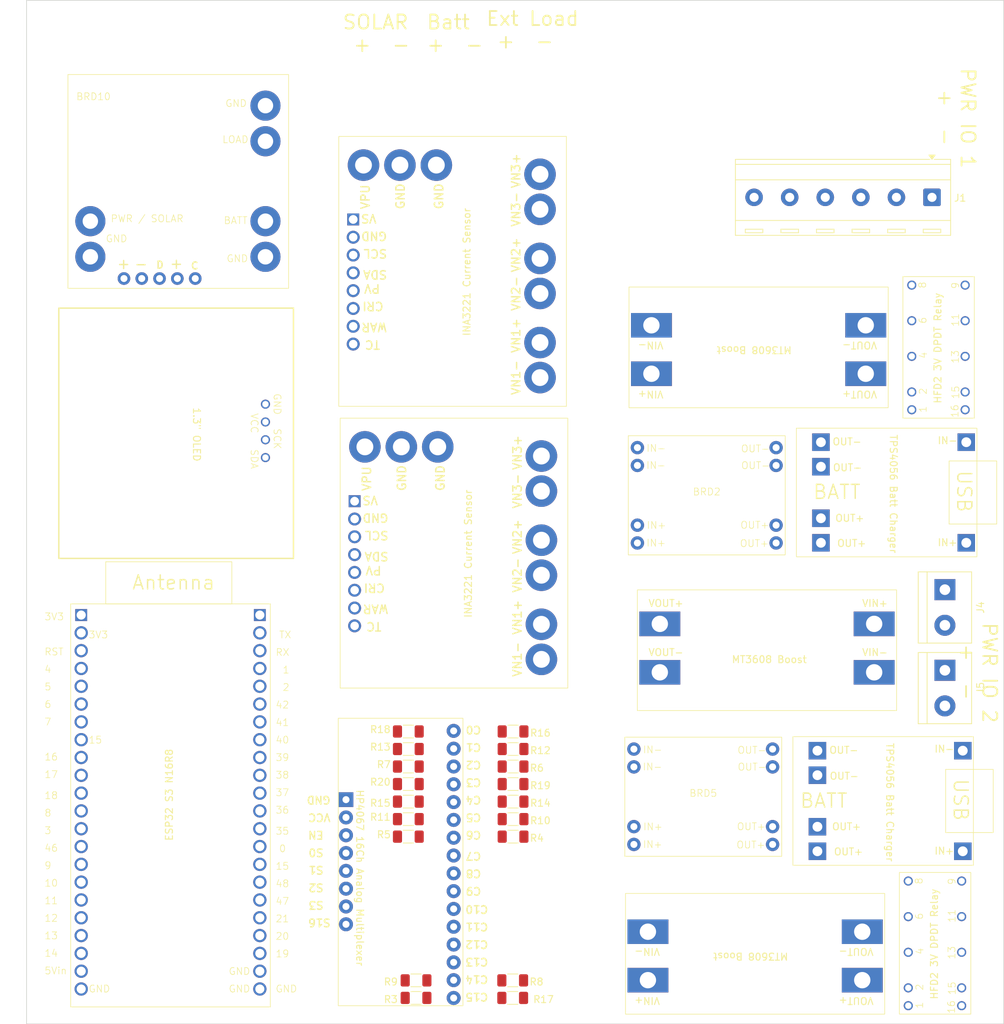
<source format=kicad_pcb>
(kicad_pcb (version 20241229) (generator "pcbnew") (generator_version "9.0")
  (layers (0 "F.Cu" signal) (4 "In1.Cu" signal) (6 "In2.Cu" signal) (2 "B.Cu" signal) (13 "F.Paste" user) (15 "B.Paste" user) (5 "F.SilkS" user "F.Silkscreen") (7 "B.SilkS" user "B.Silkscreen") (1 "F.Mask" user) (3 "B.Mask" user) (25 "Edge.Cuts" user))
  (net 0 "")
  (net 1 "Net-(BRD1-OUT+-Pad1)")
  (net 2 "GND")
  (net 3 "Net-(BRD1-IN+)")
  (net 4 "Net-(BRD2-IN+-Pad3)")
  (net 5 "Net-(BRD3-VIN+)")
  (net 6 "Net-(BRD3-VOUT+)")
  (net 7 "Net-(BRD4-OUT+-Pad1)")
  (net 8 "Net-(BRD4-IN+)")
  (net 9 "Net-(BRD5-IN+-Pad3)")
  (net 10 "Net-(BRD6-VIN+)")
  (net 11 "Net-(BRD6-VOUT+)")
  (net 12 "/MultiAdd2")
  (net 14 "/MultiAdd1")
  (net 17 "/MultiEn")
  (net 20 "/AnaVoutMulti")
  (net 21 "/MultiAdd3")
  (net 24 "/MultiAdd0")
  (net 26 "/Battery+")
  (net 28 "/Current Meas & Solar/SDA")
  (net 29 "/Current Meas & Solar/SolarPanelHi")
  (net 30 "/Current Meas & Solar/ExtLoadHi")
  (net 31 "/Current Meas & Solar/SCL")
  (net 33 "/SolarPanel+")
  (net 34 "/Current Meas & Solar/BattHi")
  (net 36 "/ExtLoad+")
  (net 38 "/Conn2Lo")
  (net 39 "/Current Meas & Solar/InternalLoad")
  (net 41 "/Conn1Lo")
  (net 48 "/Conn1Reset")
  (net 61 "/Conn2Reset")
  (net 64 "/Conn1Set")
  (net 70 "/Conn2Set")
  (net 75 "/Conn1Hi")
  (net 76 "/Conn2Hi")
  (net 77 "3V3")
  (net 78 "Net-(BRD7-C14)")
  (net 79 "Net-(BRD7-C5)")
  (net 80 "Net-(BRD7-C6)")
  (net 81 "Net-(BRD7-C3)")
  (net 82 "Net-(BRD7-C15)")
  (net 83 "Net-(BRD7-C2)")
  (net 84 "Net-(BRD7-C0)")
  (net 85 "Net-(BRD7-C1)")
  (net 86 "Net-(BRD7-C4)")
  (net 90 "/5V")
  (footprint "stimatofali:MP1584" (layer "F.Cu") (at 125 108)
    (property "Reference" "BRD2")
    (property "Value" "~")
  )
  (footprint "Resistor_SMD:R_1206_3216Metric_Pad1.30x1.75mm_HandSolder" (layer "F.Cu") (at 97.348 151.690845 180)
    (property "Reference" "R14")
    (property "Value" "50k")
  )
  (footprint "stimatofali:TP4056 Battery Charger" (layer "F.Cu") (at 137.8 98.425)
    (property "Reference" "BRD1" (hide yes))
    (property "Value" "TPS4056" (hide yes))
  )
  (footprint "Resistor_SMD:R_1206_3216Metric_Pad1.30x1.75mm_HandSolder" (layer "F.Cu") (at 97.348 141.690845 180)
    (property "Reference" "R16")
    (property "Value" "50k")
  )
  (footprint "stimatofali:HP4067 16Ch Analog Multiplexer" (layer "F.Cu") (at 90.198 180.800845 180)
    (property "Reference" "BRD7" (hide yes))
    (property "Value" "HP4067 Analog Multplexer" (hide yes))
  )
  (footprint "stimatofali:TP4056 Battery Charger" (layer "F.Cu") (at 137.3 142.425)
    (property "Reference" "BRD4" (hide yes))
    (property "Value" "TPS4056" (hide yes))
  )
  (footprint "Resistor_SMD:R_1206_3216Metric_Pad1.30x1.75mm_HandSolder" (layer "F.Cu") (at 83.498 179.690845 180)
    (property "Reference" "R3")
    (property "Value" "50k")
  )
  (footprint "Resistor_SMD:R_1206_3216Metric_Pad1.30x1.75mm_HandSolder" (layer "F.Cu") (at 97.348 154.190845 180)
    (property "Reference" "R10")
    (property "Value" "100k")
  )
  (footprint "Resistor_SMD:R_1206_3216Metric_Pad1.30x1.75mm_HandSolder" (layer "F.Cu") (at 97.348 156.690845 180)
    (property "Reference" "R4")
    (property "Value" "50k")
  )
  (footprint "Resistor_SMD:R_1206_3216Metric_Pad1.30x1.75mm_HandSolder" (layer "F.Cu") (at 82.398 146.690845 180)
    (property "Reference" "R7")
    (property "Value" "10k")
  )
  (footprint "TerminalBlock:TerminalBlock_bornier-2_P5.08mm" (layer "F.Cu") (at 159 121.46 -90)
    (property "Reference" "J4")
    (property "Value" "Connection1")
  )
  (footprint "Resistor_SMD:R_1206_3216Metric_Pad1.30x1.75mm_HandSolder" (layer "F.Cu") (at 82.398 144.190845 180)
    (property "Reference" "R13")
    (property "Value" "50k")
  )
  (footprint "stimatofali:MT3608 Boost" (layer "F.Cu") (at 150.9 95.51 180)
    (property "Reference" "BRD3" (hide yes))
    (property "Value" "MT3608" (hide yes))
  )
  (footprint "Resistor_SMD:R_1206_3216Metric_Pad1.30x1.75mm_HandSolder" (layer "F.Cu") (at 82.398 156.690845 180)
    (property "Reference" "R5")
    (property "Value" "50k")
  )
  (footprint "stimatofali:ESP32-S3-N16R8" (layer "F.Cu") (at 34.198 123.480845)
    (property "Reference" "BRD12" (hide yes))
    (property "Value" "ESP32-S3-N16R8" (hide yes))
  )
  (footprint "stimatofali:1.3OLED GME12864" (layer "F.Cu") (at 66 81.3 -90)
    (property "Reference" "BRD13" (hide yes))
    (property "Value" "~" (hide yes))
  )
  (footprint "Resistor_SMD:R_1206_3216Metric_Pad1.30x1.75mm_HandSolder" (layer "F.Cu") (at 97.2975 177.190845 180)
    (property "Reference" "R8")
    (property "Value" "50k")
  )
  (footprint "Resistor_SMD:R_1206_3216Metric_Pad1.30x1.75mm_HandSolder" (layer "F.Cu") (at 82.398 154.190845 180)
    (property "Reference" "R11")
    (property "Value" "10k")
  )
  (footprint "TerminalBlock_RND:TerminalBlock_RND_205-00291_1x06_P5.08mm_Horizontal" (layer "F.Cu") (at 157.16 65.5 180)
    (property "Reference" "J1")
    (property "Value" "Screw_Terminal_01x06")
  )
  (footprint "Resistor_SMD:R_1206_3216Metric_Pad1.30x1.75mm_HandSolder" (layer "F.Cu") (at 83.498 177.190845 180)
    (property "Reference" "R9")
    (property "Value" "50k")
  )
  (footprint "stimatofali:MT3608 Boost" (layer "F.Cu") (at 115.1 121.49)
    (property "Reference" "BRD11" (hide yes))
    (property "Value" "MT3608" (hide yes))
  )
  (footprint "stimatofali:HFD2 DPDT Relay" (layer "F.Cu") (at 152.5 182 90)
    (property "Reference" "K2" (hide yes))
    (property "Value" "HFD2-003-M-L2-D" (hide yes))
  )
  (footprint "stimatofali:MP1584" (layer "F.Cu") (at 124.5 151)
    (property "Reference" "BRD5")
    (property "Value" "~")
  )
  (footprint "Resistor_SMD:R_1206_3216Metric_Pad1.30x1.75mm_HandSolder" (layer "F.Cu") (at 97.2975 179.690845 180)
    (property "Reference" "R17")
    (property "Value" "50k")
  )
  (footprint "stimatofali:INA3221 Current Sensor" (layer "F.Cu") (at 72.668 135.500845 90)
    (property "Reference" "BRD9" (hide yes))
    (property "Value" "INA3221 Current Sensor" (hide yes))
  )
  (footprint "stimatofali:INA3221 Current Sensor" (layer "F.Cu") (at 72.468 95.310845 90)
    (property "Reference" "BRD8" (hide yes))
    (property "Value" "INA3221 Current Sensor" (hide yes))
  )
  (footprint "Resistor_SMD:R_1206_3216Metric_Pad1.30x1.75mm_HandSolder" (layer "F.Cu") (at 97.348 144.190845 180)
    (property "Reference" "R12")
    (property "Value" "50k")
  )
  (footprint "stimatofali:MCP73871" (layer "F.Cu") (at 33.8 47.98)
    (property "Reference" "BRD10")
    (property "Value" "MCP73871 Solar Charger")
  )
  (footprint "Resistor_SMD:R_1206_3216Metric_Pad1.30x1.75mm_HandSolder" (layer "F.Cu") (at 82.398 149.190845 180)
    (property "Reference" "R20")
    (property "Value" "10k")
  )
  (footprint "Resistor_SMD:R_1206_3216Metric_Pad1.30x1.75mm_HandSolder" (layer "F.Cu") (at 97.348 146.690845 180)
    (property "Reference" "R6")
    (property "Value" "50k")
  )
  (footprint "Resistor_SMD:R_1206_3216Metric_Pad1.30x1.75mm_HandSolder" (layer "F.Cu") (at 97.348 149.190845 180)
    (property "Reference" "R19")
    (property "Value" "100k")
  )
  (footprint "Resistor_SMD:R_1206_3216Metric_Pad1.30x1.75mm_HandSolder" (layer "F.Cu") (at 82.398 141.690845 180)
    (property "Reference" "R18")
    (property "Value" "10k")
  )
  (footprint "stimatofali:MT3608 Boost" (layer "F.Cu") (at 150.4 182.01 180)
    (property "Reference" "BRD6" (hide yes))
    (property "Value" "MT3608" (hide yes))
  )
  (footprint "Resistor_SMD:R_1206_3216Metric_Pad1.30x1.75mm_HandSolder" (layer "F.Cu") (at 82.398 151.690845 180)
    (property "Reference" "R15")
    (property "Value" "50k")
  )
  (footprint "stimatofali:HFD2 DPDT Relay" (layer "F.Cu") (at 153 97 90)
    (property "Reference" "K1" (hide yes))
    (property "Value" "HFD2-003-M-L2-D" (hide yes))
  )
  (footprint "TerminalBlock:TerminalBlock_bornier-2_P5.08mm" (layer "F.Cu") (at 159 132.96 -90)
    (property "Reference" "J5")
    (property "Value" "Connection2")
  )
  (gr_rect (start 27.898 37.400845) (end 167.398 183.400845) (stroke (width 0.1)) (fill no) (layer "Edge.Cuts"))
  (gr_text "Batt\n+  -" (at 84.898 44.900845 0) (layer "F.SilkS") (effects (font (size 2 2) (thickness 0.25)) (justify left bottom)))
  (gr_text "PWR IO 1\n  +  -" (at 157.898 46.900845 270) (layer "F.SilkS") (effects (font (size 2 2) (thickness 0.25)) (justify left bottom)))
  (gr_text "PWR IO 2\n  +  -" (at 161 126 270) (layer "F.SilkS") (effects (font (size 2 2) (thickness 0.25)) (justify left bottom)))
  (gr_text "Ext Load\n +  -" (at 93.398 44.400845 0) (layer "F.SilkS") (effects (font (size 2 2) (thickness 0.25)) (justify left bottom)))
  (gr_text "SOLAR\n +  -" (at 72.898 44.900845 0) (layer "F.SilkS") (effects (font (size 2 2) (thickness 0.25)) (justify left bottom)))
)
</source>
